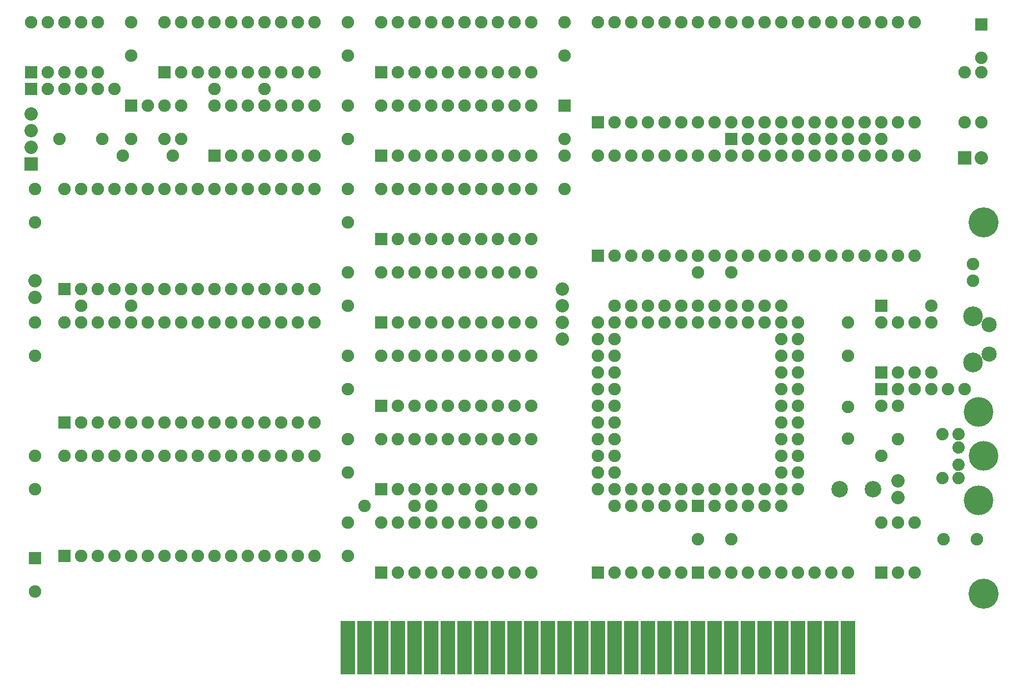
<source format=gbs>
G04 #@! TF.FileFunction,Soldermask,Bot*
%FSLAX46Y46*%
G04 Gerber Fmt 4.6, Leading zero omitted, Abs format (unit mm)*
G04 Created by KiCad (PCBNEW 4.0.1-stable) date 11/1/2017 9:41:48 AM*
%MOMM*%
G01*
G04 APERTURE LIST*
%ADD10C,0.150000*%
%ADD11R,1.905000X1.905000*%
%ADD12C,1.905000*%
%ADD13R,2.286000X8.128000*%
%ADD14C,2.506980*%
%ADD15C,4.572000*%
%ADD16C,1.879600*%
%ADD17C,4.508500*%
%ADD18R,2.032000X2.032000*%
%ADD19C,2.032000*%
%ADD20C,3.007360*%
%ADD21C,2.308860*%
G04 APERTURE END LIST*
D10*
D11*
X66040000Y-91440000D03*
D12*
X68580000Y-91440000D03*
X71120000Y-91440000D03*
X73660000Y-91440000D03*
X76200000Y-91440000D03*
X78740000Y-91440000D03*
X81280000Y-91440000D03*
X83820000Y-91440000D03*
X86360000Y-91440000D03*
X88900000Y-91440000D03*
X91440000Y-91440000D03*
X93980000Y-91440000D03*
X96520000Y-91440000D03*
X99060000Y-91440000D03*
X101600000Y-91440000D03*
X104140000Y-91440000D03*
X104140000Y-76200000D03*
X101600000Y-76200000D03*
X99060000Y-76200000D03*
X96520000Y-76200000D03*
X93980000Y-76200000D03*
X91440000Y-76200000D03*
X88900000Y-76200000D03*
X86360000Y-76200000D03*
X83820000Y-76200000D03*
X81280000Y-76200000D03*
X78740000Y-76200000D03*
X76200000Y-76200000D03*
X73660000Y-76200000D03*
X71120000Y-76200000D03*
X68580000Y-76200000D03*
X66040000Y-76200000D03*
X65328800Y-68580000D03*
X71831200Y-68580000D03*
D11*
X162560000Y-124460000D03*
D12*
X162560000Y-121920000D03*
X165100000Y-124460000D03*
X165100000Y-121920000D03*
X167640000Y-124460000D03*
X167640000Y-121920000D03*
X170180000Y-124460000D03*
X170180000Y-121920000D03*
X172720000Y-124460000D03*
X172720000Y-121920000D03*
X175260000Y-124460000D03*
X177800000Y-121920000D03*
X175260000Y-121920000D03*
X177800000Y-119380000D03*
X175260000Y-119380000D03*
X177800000Y-116840000D03*
X175260000Y-116840000D03*
X177800000Y-114300000D03*
X175260000Y-114300000D03*
X177800000Y-111760000D03*
X175260000Y-111760000D03*
X177800000Y-109220000D03*
X175260000Y-109220000D03*
X177800000Y-106680000D03*
X175260000Y-106680000D03*
X177800000Y-104140000D03*
X175260000Y-104140000D03*
X177800000Y-101600000D03*
X175260000Y-101600000D03*
X177800000Y-99060000D03*
X175260000Y-99060000D03*
X177800000Y-96520000D03*
X175260000Y-93980000D03*
X175260000Y-96520000D03*
X172720000Y-93980000D03*
X172720000Y-96520000D03*
X170180000Y-93980000D03*
X170180000Y-96520000D03*
X167640000Y-93980000D03*
X167640000Y-96520000D03*
X165100000Y-93980000D03*
X165100000Y-96520000D03*
X162560000Y-93980000D03*
X162560000Y-96520000D03*
X160020000Y-93980000D03*
X160020000Y-96520000D03*
X157480000Y-93980000D03*
X157480000Y-96520000D03*
X154940000Y-93980000D03*
X154940000Y-96520000D03*
X152400000Y-93980000D03*
X152400000Y-96520000D03*
X149860000Y-93980000D03*
X147320000Y-96520000D03*
X149860000Y-96520000D03*
X147320000Y-99060000D03*
X149860000Y-99060000D03*
X147320000Y-101600000D03*
X149860000Y-101600000D03*
X147320000Y-104140000D03*
X149860000Y-104140000D03*
X147320000Y-106680000D03*
X149860000Y-106680000D03*
X147320000Y-109220000D03*
X149860000Y-109220000D03*
X147320000Y-111760000D03*
X149860000Y-111760000D03*
X147320000Y-114300000D03*
X149860000Y-114300000D03*
X147320000Y-116840000D03*
X149860000Y-116840000D03*
X147320000Y-119380000D03*
X149860000Y-119380000D03*
X147320000Y-121920000D03*
X149860000Y-124460000D03*
X149860000Y-121920000D03*
X152400000Y-124460000D03*
X152400000Y-121920000D03*
X154940000Y-124460000D03*
X154940000Y-121920000D03*
X157480000Y-124460000D03*
X157480000Y-121920000D03*
X160020000Y-124460000D03*
X160020000Y-121920000D03*
D11*
X66040000Y-111760000D03*
D12*
X68580000Y-111760000D03*
X71120000Y-111760000D03*
X73660000Y-111760000D03*
X76200000Y-111760000D03*
X78740000Y-111760000D03*
X81280000Y-111760000D03*
X83820000Y-111760000D03*
X86360000Y-111760000D03*
X88900000Y-111760000D03*
X91440000Y-111760000D03*
X93980000Y-111760000D03*
X96520000Y-111760000D03*
X99060000Y-111760000D03*
X101600000Y-111760000D03*
X104140000Y-111760000D03*
X104140000Y-96520000D03*
X101600000Y-96520000D03*
X99060000Y-96520000D03*
X96520000Y-96520000D03*
X93980000Y-96520000D03*
X91440000Y-96520000D03*
X88900000Y-96520000D03*
X86360000Y-96520000D03*
X83820000Y-96520000D03*
X81280000Y-96520000D03*
X78740000Y-96520000D03*
X76200000Y-96520000D03*
X73660000Y-96520000D03*
X71120000Y-96520000D03*
X68580000Y-96520000D03*
X66040000Y-96520000D03*
D11*
X88900000Y-71120000D03*
D12*
X91440000Y-71120000D03*
X93980000Y-71120000D03*
X96520000Y-71120000D03*
X99060000Y-71120000D03*
X101600000Y-71120000D03*
X104140000Y-71120000D03*
X104140000Y-63500000D03*
X101600000Y-63500000D03*
X99060000Y-63500000D03*
X96520000Y-63500000D03*
X93980000Y-63500000D03*
X91440000Y-63500000D03*
X88900000Y-63500000D03*
X88900000Y-60960000D03*
X96520000Y-60960000D03*
D11*
X147320000Y-66040000D03*
D12*
X149860000Y-66040000D03*
X152400000Y-66040000D03*
X154940000Y-66040000D03*
X157480000Y-66040000D03*
X160020000Y-66040000D03*
X162560000Y-66040000D03*
X165100000Y-66040000D03*
X167640000Y-66040000D03*
X170180000Y-66040000D03*
X172720000Y-66040000D03*
X175260000Y-66040000D03*
X177800000Y-66040000D03*
X180340000Y-66040000D03*
X182880000Y-66040000D03*
X185420000Y-66040000D03*
X187960000Y-66040000D03*
X190500000Y-66040000D03*
X193040000Y-66040000D03*
X195580000Y-66040000D03*
X195580000Y-50800000D03*
X193040000Y-50800000D03*
X190500000Y-50800000D03*
X187960000Y-50800000D03*
X185420000Y-50800000D03*
X182880000Y-50800000D03*
X180340000Y-50800000D03*
X177800000Y-50800000D03*
X175260000Y-50800000D03*
X172720000Y-50800000D03*
X170180000Y-50800000D03*
X167640000Y-50800000D03*
X165100000Y-50800000D03*
X162560000Y-50800000D03*
X160020000Y-50800000D03*
X157480000Y-50800000D03*
X154940000Y-50800000D03*
X152400000Y-50800000D03*
X149860000Y-50800000D03*
X147320000Y-50800000D03*
D11*
X76200000Y-63500000D03*
D12*
X78740000Y-63500000D03*
X81280000Y-63500000D03*
D13*
X185420000Y-146050000D03*
X182880000Y-146050000D03*
X180340000Y-146050000D03*
X177800000Y-146050000D03*
X175260000Y-146050000D03*
X172720000Y-146050000D03*
X170180000Y-146050000D03*
X167640000Y-146050000D03*
X165100000Y-146050000D03*
X162560000Y-146050000D03*
X160020000Y-146050000D03*
X157480000Y-146050000D03*
X154940000Y-146050000D03*
X152400000Y-146050000D03*
X149860000Y-146050000D03*
X147320000Y-146050000D03*
X144780000Y-146050000D03*
X142240000Y-146050000D03*
X139700000Y-146050000D03*
X137160000Y-146050000D03*
X134620000Y-146050000D03*
X132080000Y-146050000D03*
X129540000Y-146050000D03*
X127000000Y-146050000D03*
X124460000Y-146050000D03*
X121920000Y-146050000D03*
X119380000Y-146050000D03*
X116840000Y-146050000D03*
X114300000Y-146050000D03*
X111760000Y-146050000D03*
X109220000Y-146050000D03*
D12*
X142240000Y-71120000D03*
X142240000Y-76200000D03*
X142240000Y-50800000D03*
X142240000Y-55880000D03*
X162560000Y-88900000D03*
X167640000Y-88900000D03*
X61595000Y-76200000D03*
X61595000Y-81280000D03*
X61595000Y-116840000D03*
X61595000Y-121920000D03*
X61595000Y-96520000D03*
X61595000Y-101600000D03*
X109220000Y-76200000D03*
X109220000Y-81280000D03*
X109220000Y-63500000D03*
X109220000Y-68580000D03*
X109220000Y-88900000D03*
X109220000Y-93980000D03*
X109220000Y-101600000D03*
X109220000Y-106680000D03*
X109220000Y-127000000D03*
X109220000Y-132080000D03*
X109220000Y-114300000D03*
X109220000Y-119380000D03*
X83820000Y-63500000D03*
X83820000Y-68580000D03*
X185420000Y-101600000D03*
X185420000Y-96520000D03*
D11*
X61595000Y-132397500D03*
D12*
X61595000Y-137477500D03*
D11*
X142240000Y-63500000D03*
D12*
X142240000Y-68580000D03*
D11*
X205740000Y-51117500D03*
D12*
X205740000Y-56197500D03*
D14*
X184150000Y-121920000D03*
X189230000Y-121920000D03*
D12*
X193040000Y-109220000D03*
X193040000Y-114300000D03*
X81280000Y-68580000D03*
X76200000Y-68580000D03*
X198120000Y-93980000D03*
D11*
X190500000Y-93980000D03*
D12*
X204470000Y-90170000D03*
X204470000Y-87630000D03*
D15*
X206121000Y-81280000D03*
X206121000Y-137795000D03*
D16*
X202311000Y-118140480D03*
X202311000Y-115539520D03*
X199819260Y-113489740D03*
X199819260Y-120190260D03*
X202311000Y-120190260D03*
X202311000Y-113489740D03*
D17*
X206121000Y-116840000D03*
X205310740Y-110081060D03*
X205310740Y-123598940D03*
D18*
X60960000Y-72390000D03*
D19*
X60960000Y-69850000D03*
X60960000Y-67310000D03*
X60960000Y-64770000D03*
D18*
X203200000Y-71437500D03*
D19*
X205740000Y-71437500D03*
D12*
X74930000Y-71120000D03*
X82550000Y-71120000D03*
X121920000Y-124460000D03*
X129540000Y-124460000D03*
X111760000Y-124460000D03*
X119380000Y-124460000D03*
X203200000Y-58420000D03*
X203200000Y-66040000D03*
X205740000Y-58420000D03*
X205740000Y-66040000D03*
X76200000Y-93980000D03*
X68580000Y-93980000D03*
D11*
X167640000Y-68580000D03*
D12*
X170180000Y-68580000D03*
X172720000Y-68580000D03*
X175260000Y-68580000D03*
X177800000Y-68580000D03*
X180340000Y-68580000D03*
X182880000Y-68580000D03*
X185420000Y-68580000D03*
X187960000Y-68580000D03*
X190500000Y-68580000D03*
D11*
X162560000Y-134620000D03*
D12*
X165100000Y-134620000D03*
X167640000Y-134620000D03*
X170180000Y-134620000D03*
X172720000Y-134620000D03*
X175260000Y-134620000D03*
X177800000Y-134620000D03*
X180340000Y-134620000D03*
X182880000Y-134620000D03*
X185420000Y-134620000D03*
D20*
X204470000Y-102562660D03*
X204470000Y-95562420D03*
D21*
X206969360Y-101312980D03*
X206969360Y-96812100D03*
D11*
X147320000Y-86360000D03*
D12*
X149860000Y-86360000D03*
X152400000Y-86360000D03*
X154940000Y-86360000D03*
X157480000Y-86360000D03*
X160020000Y-86360000D03*
X162560000Y-86360000D03*
X165100000Y-86360000D03*
X167640000Y-86360000D03*
X170180000Y-86360000D03*
X172720000Y-86360000D03*
X175260000Y-86360000D03*
X177800000Y-86360000D03*
X180340000Y-86360000D03*
X182880000Y-86360000D03*
X185420000Y-86360000D03*
X187960000Y-86360000D03*
X190500000Y-86360000D03*
X193040000Y-86360000D03*
X195580000Y-86360000D03*
X195580000Y-71120000D03*
X193040000Y-71120000D03*
X190500000Y-71120000D03*
X187960000Y-71120000D03*
X185420000Y-71120000D03*
X182880000Y-71120000D03*
X180340000Y-71120000D03*
X177800000Y-71120000D03*
X175260000Y-71120000D03*
X172720000Y-71120000D03*
X170180000Y-71120000D03*
X167640000Y-71120000D03*
X165100000Y-71120000D03*
X162560000Y-71120000D03*
X160020000Y-71120000D03*
X157480000Y-71120000D03*
X154940000Y-71120000D03*
X152400000Y-71120000D03*
X149860000Y-71120000D03*
X147320000Y-71120000D03*
D11*
X66040000Y-132080000D03*
D12*
X68580000Y-132080000D03*
X71120000Y-132080000D03*
X73660000Y-132080000D03*
X76200000Y-132080000D03*
X78740000Y-132080000D03*
X81280000Y-132080000D03*
X83820000Y-132080000D03*
X86360000Y-132080000D03*
X88900000Y-132080000D03*
X91440000Y-132080000D03*
X93980000Y-132080000D03*
X96520000Y-132080000D03*
X99060000Y-132080000D03*
X101600000Y-132080000D03*
X104140000Y-132080000D03*
X104140000Y-116840000D03*
X101600000Y-116840000D03*
X99060000Y-116840000D03*
X96520000Y-116840000D03*
X93980000Y-116840000D03*
X91440000Y-116840000D03*
X88900000Y-116840000D03*
X86360000Y-116840000D03*
X83820000Y-116840000D03*
X81280000Y-116840000D03*
X78740000Y-116840000D03*
X76200000Y-116840000D03*
X73660000Y-116840000D03*
X71120000Y-116840000D03*
X68580000Y-116840000D03*
X66040000Y-116840000D03*
D11*
X114300000Y-83820000D03*
D12*
X116840000Y-83820000D03*
X119380000Y-83820000D03*
X121920000Y-83820000D03*
X124460000Y-83820000D03*
X127000000Y-83820000D03*
X129540000Y-83820000D03*
X132080000Y-83820000D03*
X134620000Y-83820000D03*
X137160000Y-83820000D03*
X137160000Y-76200000D03*
X134620000Y-76200000D03*
X132080000Y-76200000D03*
X129540000Y-76200000D03*
X127000000Y-76200000D03*
X124460000Y-76200000D03*
X121920000Y-76200000D03*
X119380000Y-76200000D03*
X116840000Y-76200000D03*
X114300000Y-76200000D03*
D11*
X114300000Y-71120000D03*
D12*
X116840000Y-71120000D03*
X119380000Y-71120000D03*
X121920000Y-71120000D03*
X124460000Y-71120000D03*
X127000000Y-71120000D03*
X129540000Y-71120000D03*
X132080000Y-71120000D03*
X134620000Y-71120000D03*
X137160000Y-71120000D03*
X137160000Y-63500000D03*
X134620000Y-63500000D03*
X132080000Y-63500000D03*
X129540000Y-63500000D03*
X127000000Y-63500000D03*
X124460000Y-63500000D03*
X121920000Y-63500000D03*
X119380000Y-63500000D03*
X116840000Y-63500000D03*
X114300000Y-63500000D03*
D11*
X114300000Y-96520000D03*
D12*
X116840000Y-96520000D03*
X119380000Y-96520000D03*
X121920000Y-96520000D03*
X124460000Y-96520000D03*
X127000000Y-96520000D03*
X129540000Y-96520000D03*
X132080000Y-96520000D03*
X134620000Y-96520000D03*
X137160000Y-96520000D03*
X137160000Y-88900000D03*
X134620000Y-88900000D03*
X132080000Y-88900000D03*
X129540000Y-88900000D03*
X127000000Y-88900000D03*
X124460000Y-88900000D03*
X121920000Y-88900000D03*
X119380000Y-88900000D03*
X116840000Y-88900000D03*
X114300000Y-88900000D03*
D11*
X114300000Y-109220000D03*
D12*
X116840000Y-109220000D03*
X119380000Y-109220000D03*
X121920000Y-109220000D03*
X124460000Y-109220000D03*
X127000000Y-109220000D03*
X129540000Y-109220000D03*
X132080000Y-109220000D03*
X134620000Y-109220000D03*
X137160000Y-109220000D03*
X137160000Y-101600000D03*
X134620000Y-101600000D03*
X132080000Y-101600000D03*
X129540000Y-101600000D03*
X127000000Y-101600000D03*
X124460000Y-101600000D03*
X121920000Y-101600000D03*
X119380000Y-101600000D03*
X116840000Y-101600000D03*
X114300000Y-101600000D03*
D11*
X114300000Y-134620000D03*
D12*
X116840000Y-134620000D03*
X119380000Y-134620000D03*
X121920000Y-134620000D03*
X124460000Y-134620000D03*
X127000000Y-134620000D03*
X129540000Y-134620000D03*
X132080000Y-134620000D03*
X134620000Y-134620000D03*
X137160000Y-134620000D03*
X137160000Y-127000000D03*
X134620000Y-127000000D03*
X132080000Y-127000000D03*
X129540000Y-127000000D03*
X127000000Y-127000000D03*
X124460000Y-127000000D03*
X121920000Y-127000000D03*
X119380000Y-127000000D03*
X116840000Y-127000000D03*
X114300000Y-127000000D03*
D11*
X114300000Y-121920000D03*
D12*
X116840000Y-121920000D03*
X119380000Y-121920000D03*
X121920000Y-121920000D03*
X124460000Y-121920000D03*
X127000000Y-121920000D03*
X129540000Y-121920000D03*
X132080000Y-121920000D03*
X134620000Y-121920000D03*
X137160000Y-121920000D03*
X137160000Y-114300000D03*
X134620000Y-114300000D03*
X132080000Y-114300000D03*
X129540000Y-114300000D03*
X127000000Y-114300000D03*
X124460000Y-114300000D03*
X121920000Y-114300000D03*
X119380000Y-114300000D03*
X116840000Y-114300000D03*
X114300000Y-114300000D03*
D11*
X190500000Y-104140000D03*
D12*
X193040000Y-104140000D03*
X195580000Y-104140000D03*
X198120000Y-104140000D03*
X198120000Y-96520000D03*
X195580000Y-96520000D03*
X193040000Y-96520000D03*
X190500000Y-96520000D03*
X185420000Y-114200940D03*
X185420000Y-109319060D03*
X162560000Y-129540000D03*
X167640000Y-129540000D03*
D11*
X147320000Y-134620000D03*
D12*
X149860000Y-134620000D03*
X152400000Y-134620000D03*
X154940000Y-134620000D03*
X157480000Y-134620000D03*
X160020000Y-134620000D03*
D11*
X190500000Y-106680000D03*
D12*
X193040000Y-106680000D03*
X195580000Y-106680000D03*
X198120000Y-106680000D03*
X200660000Y-106680000D03*
X203200000Y-106680000D03*
X109220000Y-50800000D03*
X109220000Y-55880000D03*
D11*
X114300000Y-58420000D03*
D12*
X116840000Y-58420000D03*
X119380000Y-58420000D03*
X121920000Y-58420000D03*
X124460000Y-58420000D03*
X127000000Y-58420000D03*
X129540000Y-58420000D03*
X132080000Y-58420000D03*
X134620000Y-58420000D03*
X137160000Y-58420000D03*
X137160000Y-50800000D03*
X134620000Y-50800000D03*
X132080000Y-50800000D03*
X129540000Y-50800000D03*
X127000000Y-50800000D03*
X124460000Y-50800000D03*
X121920000Y-50800000D03*
X119380000Y-50800000D03*
X116840000Y-50800000D03*
X114300000Y-50800000D03*
D11*
X81280000Y-58420000D03*
D12*
X83820000Y-58420000D03*
X86360000Y-58420000D03*
X88900000Y-58420000D03*
X91440000Y-58420000D03*
X93980000Y-58420000D03*
X96520000Y-58420000D03*
X99060000Y-58420000D03*
X101600000Y-58420000D03*
X104140000Y-58420000D03*
X104140000Y-50800000D03*
X101600000Y-50800000D03*
X99060000Y-50800000D03*
X96520000Y-50800000D03*
X93980000Y-50800000D03*
X91440000Y-50800000D03*
X88900000Y-50800000D03*
X86360000Y-50800000D03*
X83820000Y-50800000D03*
X81280000Y-50800000D03*
D11*
X60960000Y-60960000D03*
D12*
X63500000Y-60960000D03*
X66040000Y-60960000D03*
X68580000Y-60960000D03*
X71120000Y-60960000D03*
X73660000Y-60960000D03*
X76200000Y-50800000D03*
X76200000Y-55880000D03*
X205105000Y-129540000D03*
X200025000Y-129540000D03*
D11*
X190500000Y-134620000D03*
D12*
X193040000Y-134620000D03*
X195580000Y-134620000D03*
X195580000Y-127000000D03*
X193040000Y-127000000D03*
X190500000Y-127000000D03*
D11*
X60960000Y-58420000D03*
D12*
X63500000Y-58420000D03*
X66040000Y-58420000D03*
X68580000Y-58420000D03*
X71120000Y-58420000D03*
X71120000Y-50800000D03*
X68580000Y-50800000D03*
X66040000Y-50800000D03*
X63500000Y-50800000D03*
X60960000Y-50800000D03*
D19*
X141922500Y-99060000D03*
X141922500Y-96520000D03*
X193040000Y-120650000D03*
X193040000Y-123190000D03*
D12*
X190500000Y-109220000D03*
X190500000Y-116840000D03*
D19*
X61595000Y-92710000D03*
X61595000Y-90170000D03*
X141922500Y-93980000D03*
X141922500Y-91440000D03*
M02*

</source>
